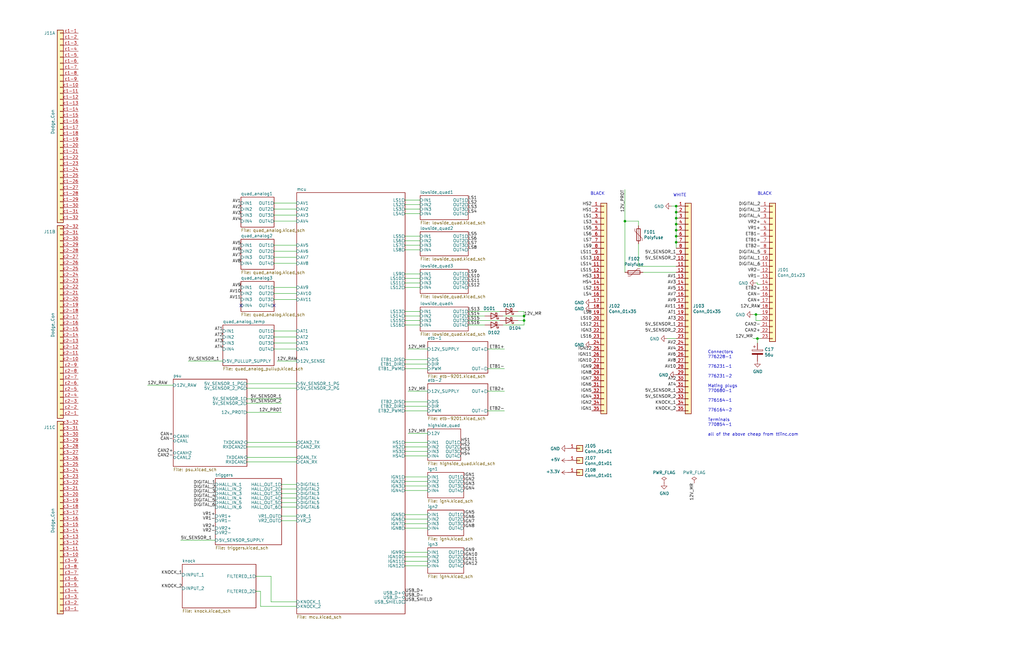
<source format=kicad_sch>
(kicad_sch (version 20211123) (generator eeschema)
  (paper "B")
  (title_block (title "1999 Dodge Dakota Based on rusEFI/proteus") (date "2023-08-12") (rev "V0.1") (company "rusEFI"))
  (junction (at 319.405 142.875))
  (junction (at 285.115 97.155))
  (junction (at 285.115 92.075))
  (junction (at 285.115 89.535))
  (junction (at 285.115 86.995))
  (junction (at 220.98 133.35))
  (junction (at 318.77 132.715))
  (junction (at 285.115 102.235))
  (junction (at 263.525 93.345))
  (junction (at 285.115 99.695))
  (junction (at 220.98 135.255))
  (junction (at 285.115 94.615))
  (no_connect (at 115.57 128.905))
  (no_connect (at 101.6 128.905))
  (wire (pts (xy 118.745 208.28) (xy 125.095 208.28)))
  (wire (pts (xy 197.485 131.445) (xy 210.82 131.445)))
  (wire (pts (xy 285.115 92.075) (xy 285.115 94.615)))
  (wire (pts (xy 104.14 173.99) (xy 118.745 173.99)))
  (wire (pts (xy 177.165 117.475) (xy 170.815 117.475)))
  (wire (pts (xy 180.34 219.075) (xy 170.815 219.075)))
  (wire (pts (xy 114.3 254) (xy 125.095 254)))
  (wire (pts (xy 125.095 194.945) (xy 104.14 194.945)))
  (wire (pts (xy 285.115 97.155) (xy 285.115 99.695)))
  (wire (pts (xy 269.24 95.25) (xy 269.24 93.345)))
  (wire (pts (xy 125.095 219.71) (xy 118.745 219.71)))
  (wire (pts (xy 170.815 99.695) (xy 177.165 99.695)))
  (wire (pts (xy 170.815 151.765) (xy 180.34 151.765)))
  (wire (pts (xy 170.815 115.57) (xy 177.165 115.57)))
  (wire (pts (xy 115.57 144.78) (xy 125.095 144.78)))
  (wire (pts (xy 205.74 147.32) (xy 212.725 147.32)))
  (wire (pts (xy 125.095 206.375) (xy 118.745 206.375)))
  (wire (pts (xy 125.095 142.24) (xy 115.57 142.24)))
  (wire (pts (xy 180.34 207.01) (xy 170.815 207.01)))
  (wire (pts (xy 170.815 217.17) (xy 180.34 217.17)))
  (wire (pts (xy 285.115 86.995) (xy 285.115 89.535)))
  (wire (pts (xy 220.98 135.255) (xy 220.98 133.35)))
  (wire (pts (xy 118.745 217.805) (xy 125.095 217.805)))
  (wire (pts (xy 104.14 161.925) (xy 125.095 161.925)))
  (wire (pts (xy 170.815 220.98) (xy 180.34 220.98)))
  (wire (pts (xy 180.34 155.575) (xy 170.815 155.575)))
  (wire (pts (xy 170.815 201.295) (xy 180.34 201.295)))
  (wire (pts (xy 212.09 137.16) (xy 220.98 137.16)))
  (wire (pts (xy 180.34 205.105) (xy 170.815 205.105)))
  (wire (pts (xy 125.095 147.32) (xy 115.57 147.32)))
  (wire (pts (xy 212.725 155.575) (xy 205.74 155.575)))
  (wire (pts (xy 104.14 168.275) (xy 118.745 168.275)))
  (wire (pts (xy 177.165 90.17) (xy 170.815 90.17)))
  (wire (pts (xy 170.815 238.76) (xy 180.34 238.76)))
  (wire (pts (xy 115.57 126.365) (xy 125.095 126.365)))
  (wire (pts (xy 285.115 89.535) (xy 285.115 92.075)))
  (wire (pts (xy 220.98 137.16) (xy 220.98 135.255)))
  (wire (pts (xy 118.745 204.47) (xy 125.095 204.47)))
  (wire (pts (xy 109.855 255.905) (xy 125.095 255.905)))
  (wire (pts (xy 125.095 93.345) (xy 115.57 93.345)))
  (wire (pts (xy 285.115 94.615) (xy 285.115 97.155)))
  (wire (pts (xy 109.855 249.555) (xy 109.855 255.905)))
  (wire (pts (xy 319.405 144.78) (xy 319.405 142.875)))
  (wire (pts (xy 204.47 137.16) (xy 197.485 137.16)))
  (wire (pts (xy 180.34 190.5) (xy 170.815 190.5)))
  (wire (pts (xy 180.34 186.69) (xy 170.815 186.69)))
  (wire (pts (xy 170.815 84.455) (xy 177.165 84.455)))
  (wire (pts (xy 170.815 188.595) (xy 180.34 188.595)))
  (wire (pts (xy 281.305 142.875) (xy 285.115 142.875)))
  (wire (pts (xy 170.815 203.2) (xy 180.34 203.2)))
  (wire (pts (xy 177.165 105.41) (xy 170.815 105.41)))
  (wire (pts (xy 115.57 103.505) (xy 125.095 103.505)))
  (wire (pts (xy 269.24 112.395) (xy 269.24 102.87)))
  (wire (pts (xy 170.815 135.255) (xy 177.165 135.255)))
  (wire (pts (xy 125.095 111.125) (xy 115.57 111.125)))
  (wire (pts (xy 115.57 85.725) (xy 125.095 85.725)))
  (wire (pts (xy 170.815 119.38) (xy 177.165 119.38)))
  (wire (pts (xy 317.5 132.715) (xy 318.77 132.715)))
  (wire (pts (xy 177.165 137.16) (xy 170.815 137.16)))
  (wire (pts (xy 125.095 88.265) (xy 115.57 88.265)))
  (wire (pts (xy 220.98 131.445) (xy 218.44 131.445)))
  (wire (pts (xy 318.77 119.38) (xy 319.405 119.38)))
  (wire (pts (xy 172.085 182.88) (xy 180.34 182.88)))
  (wire (pts (xy 76.2 227.965) (xy 90.805 227.965)))
  (wire (pts (xy 104.14 163.83) (xy 125.095 163.83)))
  (wire (pts (xy 115.57 121.285) (xy 125.095 121.285)))
  (wire (pts (xy 177.165 86.36) (xy 170.815 86.36)))
  (wire (pts (xy 180.34 236.855) (xy 170.815 236.855)))
  (wire (pts (xy 104.14 186.69) (xy 125.095 186.69)))
  (wire (pts (xy 180.34 222.885) (xy 170.815 222.885)))
  (wire (pts (xy 177.165 133.35) (xy 170.815 133.35)))
  (wire (pts (xy 115.57 139.7) (xy 125.095 139.7)))
  (wire (pts (xy 285.115 99.695) (xy 285.115 102.235)))
  (wire (pts (xy 319.405 120.015) (xy 320.675 120.015)))
  (wire (pts (xy 107.95 249.555) (xy 109.855 249.555)))
  (wire (pts (xy 204.47 133.35) (xy 197.485 133.35)))
  (wire (pts (xy 205.74 165.1) (xy 212.725 165.1)))
  (wire (pts (xy 125.095 123.825) (xy 115.57 123.825)))
  (wire (pts (xy 172.085 147.32) (xy 180.34 147.32)))
  (wire (pts (xy 125.095 210.185) (xy 118.745 210.185)))
  (wire (pts (xy 170.815 131.445) (xy 177.165 131.445)))
  (wire (pts (xy 285.115 102.235) (xy 285.115 104.775)))
  (wire (pts (xy 114.3 243.205) (xy 114.3 254)))
  (wire (pts (xy 180.34 233.045) (xy 170.815 233.045)))
  (wire (pts (xy 317.5 142.875) (xy 319.405 142.875)))
  (wire (pts (xy 319.405 119.38) (xy 319.405 120.015)))
  (wire (pts (xy 118.745 213.995) (xy 125.095 213.995)))
  (wire (pts (xy 170.815 153.67) (xy 180.34 153.67)))
  (wire (pts (xy 218.44 135.255) (xy 220.98 135.255)))
  (wire (pts (xy 115.57 108.585) (xy 125.095 108.585)))
  (wire (pts (xy 118.745 212.09) (xy 125.095 212.09)))
  (wire (pts (xy 318.77 132.715) (xy 318.77 135.255)))
  (wire (pts (xy 212.725 173.355) (xy 205.74 173.355)))
  (wire (pts (xy 177.165 121.285) (xy 170.815 121.285)))
  (wire (pts (xy 170.815 192.405) (xy 180.34 192.405)))
  (wire (pts (xy 170.815 173.355) (xy 180.34 173.355)))
  (wire (pts (xy 62.23 162.56) (xy 73.025 162.56)))
  (wire (pts (xy 197.485 135.255) (xy 210.82 135.255)))
  (wire (pts (xy 269.24 93.345) (xy 263.525 93.345)))
  (wire (pts (xy 170.815 88.265) (xy 177.165 88.265)))
  (wire (pts (xy 283.21 86.995) (xy 285.115 86.995)))
  (wire (pts (xy 220.98 133.35) (xy 212.09 133.35)))
  (wire (pts (xy 104.14 193.04) (xy 125.095 193.04)))
  (wire (pts (xy 180.34 171.45) (xy 170.815 171.45)))
  (wire (pts (xy 170.815 234.95) (xy 180.34 234.95)))
  (wire (pts (xy 285.115 112.395) (xy 269.24 112.395)))
  (wire (pts (xy 125.095 106.045) (xy 115.57 106.045)))
  (wire (pts (xy 170.815 103.505) (xy 177.165 103.505)))
  (wire (pts (xy 104.14 188.595) (xy 125.095 188.595)))
  (wire (pts (xy 107.95 243.205) (xy 114.3 243.205)))
  (wire (pts (xy 170.815 101.6) (xy 177.165 101.6)))
  (wire (pts (xy 320.675 132.715) (xy 318.77 132.715)))
  (wire (pts (xy 319.405 142.875) (xy 320.675 142.875)))
  (wire (pts (xy 220.98 133.35) (xy 220.98 131.445)))
  (wire (pts (xy 116.84 152.4) (xy 125.095 152.4)))
  (wire (pts (xy 115.57 90.805) (xy 125.095 90.805)))
  (wire (pts (xy 172.085 165.1) (xy 180.34 165.1)))
  (wire (pts (xy 118.745 170.18) (xy 104.14 170.18)))
  (wire (pts (xy 271.145 114.935) (xy 285.115 114.935)))
  (wire (pts (xy 170.815 169.545) (xy 180.34 169.545)))
  (wire (pts (xy 318.77 135.255) (xy 320.675 135.255)))
  (wire (pts (xy 263.525 80.01) (xy 263.525 93.345)))
  (wire (pts (xy 263.525 93.345) (xy 263.525 114.935)))
  (wire (pts (xy 79.375 152.4) (xy 93.98 152.4)))
  (text "WHITE" (at 283.845 83.185 0) (effects (font (size 1.27 1.27)) (justify left bottom)))
  (text "Connectors\n776228-1\n\n776231-1\n\n776231-2\n\nMating plugs\n770680-1\n\n776164-1\n\n776164-2\n\nTerminals\n770854-1\n\nall of the above cheap from ttiinc.com" (at 298.45 184.15 0) (effects (font (size 1.27 1.27)) (justify left bottom)))
  (text "BLACK" (at 319.405 82.55 0) (effects (font (size 1.27 1.27)) (justify left bottom)))
  (text "BLACK" (at 248.92 82.55 0) (effects (font (size 1.27 1.27)) (justify left bottom)))
  (label "12V_MR" (at 172.085 182.88 0))
  (label "LS4" (at 249.555 125.095 180))
  (label "IGN12" (at 195.58 238.76 0))
  (label "5V_SENSOR_2" (at 118.745 170.18 180))
  (label "12V_MR" (at 292.735 203.835 270))
  (label "LS5" (at 197.485 99.695 0))
  (label "IGN7" (at 195.58 220.98 0))
  (label "KNOCK_1" (at 285.115 170.815 180))
  (label "VR2+" (at 320.675 94.615 180))
  (label "AT3" (at 285.115 135.255 180))
  (label "HS3" (at 249.555 117.475 180))
  (label "LS8" (at 197.485 105.41 0))
  (label "5V_SENSOR_1" (at 285.115 165.735 180))
  (label "AV9" (at 101.6 121.285 180))
  (label "VR1-" (at 90.805 219.71 180))
  (label "LS7" (at 197.485 103.505 0))
  (label "LS1" (at 249.555 92.075 180))
  (label "ETB1-" (at 320.675 99.695 180))
  (label "IGN11" (at 249.555 150.495 180))
  (label "IGN3" (at 195.58 205.105 0))
  (label "CAN+" (at 73.025 184.15 180))
  (label "DIGITAL_4" (at 320.675 92.075 180))
  (label "DIGITAL_1" (at 90.805 204.47 180))
  (label "CAN2-" (at 320.675 137.795 180))
  (label "12V_MR" (at 172.085 165.1 0))
  (label "HS2" (at 249.555 86.995 180))
  (label "AV3" (at 101.6 90.805 180))
  (label "12V_RAW" (at 320.675 130.175 180))
  (label "12V_MR" (at 220.98 133.35 0))
  (label "5V_SENSOR_1" (at 285.115 137.795 180))
  (label "5V_SENSOR_2" (at 285.115 168.275 180))
  (label "LS1" (at 197.485 84.455 0))
  (label "IGN10" (at 249.555 153.035 180))
  (label "LS9" (at 197.485 115.57 0))
  (label "USB_D-" (at 170.815 252.095 0))
  (label "IGN7" (at 249.555 160.655 180))
  (label "LS11" (at 197.485 119.38 0))
  (label "HS2" (at 194.31 188.595 0))
  (label "LS13" (at 249.555 109.855 180))
  (label "AT4" (at 285.115 163.195 180))
  (label "ETB1+" (at 212.725 147.32 180))
  (label "AV1" (at 101.6 85.725 180))
  (label "IGN6" (at 249.555 163.195 180))
  (label "VR1+" (at 90.805 217.805 180))
  (label "5V_SENSOR_2" (at 285.115 140.335 180))
  (label "AT2" (at 93.98 142.24 180))
  (label "IGN2" (at 195.58 203.2 0))
  (label "LS6" (at 249.555 99.695 180))
  (label "IGN9" (at 249.555 155.575 180))
  (label "AV8" (at 101.6 111.125 180))
  (label "AV8" (at 285.115 153.035 180))
  (label "KNOCK_2" (at 76.835 248.285 180))
  (label "LS14" (at 197.485 133.35 0))
  (label "LS8" (at 249.555 132.715 180))
  (label "AT1" (at 93.98 139.7 180))
  (label "12V_MR" (at 172.085 147.32 0))
  (label "DIGITAL_2" (at 90.805 206.375 180))
  (label "AV7" (at 285.115 125.095 180))
  (label "AV5" (at 285.115 122.555 180))
  (label "LS14" (at 249.555 112.395 180))
  (label "CAN2+" (at 73.025 191.135 180))
  (label "LS13" (at 197.485 131.445 0))
  (label "KNOCK_1" (at 76.835 242.57 180))
  (label "AV3" (at 285.115 120.015 180))
  (label "LS5" (at 249.555 97.155 180))
  (label "VR1-" (at 320.675 117.475 180))
  (label "IGN6" (at 195.58 219.075 0))
  (label "AV11" (at 101.6 126.365 180))
  (label "5V_SENSOR_1" (at 79.375 152.4 0))
  (label "VR1+" (at 320.675 97.155 180))
  (label "12V_PROT" (at 118.745 173.99 180))
  (label "AT2" (at 285.115 160.655 180))
  (label "KNOCK_2" (at 285.115 173.355 180))
  (label "CAN2+" (at 320.675 140.335 180))
  (label "5V_SENSOR_1" (at 285.115 107.315 180))
  (label "AV4" (at 285.115 147.955 180))
  (label "USB_SHIELD" (at 170.815 254 0))
  (label "12V_RAW" (at 62.23 162.56 0))
  (label "IGN9" (at 195.58 233.045 0))
  (label "12V_MR" (at 317.5 142.875 180))
  (label "ETB2+" (at 320.675 122.555 180))
  (label "HS1" (at 249.555 89.535 180))
  (label "AV6" (at 285.115 150.495 180))
  (label "DIGITAL_4" (at 90.805 210.185 180))
  (label "12V_RAW" (at 116.84 152.4 0))
  (label "VR2+" (at 90.805 222.885 180))
  (label "IGN8" (at 195.58 222.885 0))
  (label "IGN5" (at 195.58 217.17 0))
  (label "LS16" (at 197.485 137.16 0))
  (label "HS1" (at 194.31 186.69 0))
  (label "AV10" (at 285.115 155.575 180))
  (label "CAN2-" (at 73.025 193.04 180))
  (label "IGN8" (at 249.555 158.115 180))
  (label "LS7" (at 249.555 102.235 180))
  (label "LS2" (at 249.555 122.555 180))
  (label "AV4" (at 101.6 93.345 180))
  (label "AV9" (at 285.115 127.635 180))
  (label "5V_SENSOR_1" (at 76.2 227.965 0))
  (label "5V_SENSOR_1" (at 118.745 168.275 180))
  (label "ETB1+" (at 320.675 102.235 180))
  (label "ETB2+" (at 212.725 165.1 180))
  (label "USB_D+" (at 170.815 250.19 0))
  (label "AV11" (at 285.115 130.175 180))
  (label "HS4" (at 249.555 120.015 180))
  (label "DIGITAL_5" (at 90.805 212.09 180))
  (label "AV2" (at 101.6 88.265 180))
  (label "ETB2-" (at 320.675 104.775 180))
  (label "DIGITAL_2" (at 320.675 86.995 180))
  (label "IGN5" (at 249.555 165.735 180))
  (label "DIGITAL_3" (at 320.675 89.535 180))
  (label "LS12" (at 249.555 137.795 180))
  (label "CAN+" (at 320.675 127.635 180))
  (label "CAN-" (at 320.675 125.095 180))
  (label "HS3" (at 194.31 190.5 0))
  (label "DIGITAL_3" (at 90.805 208.28 180))
  (label "5V_SENSOR_2" (at 285.115 109.855 180))
  (label "AT1" (at 285.115 132.715 180))
  (label "IGN4" (at 249.555 168.275 180))
  (label "IGN12" (at 249.555 147.955 180))
  (label "AV10" (at 101.6 123.825 180))
  (label "AV6" (at 101.6 106.045 180))
  (label "AV5" (at 101.6 103.505 180))
  (label "IGN11" (at 195.58 236.855 0))
  (label "LS3" (at 197.485 88.265 0))
  (label "DIGITAL_6" (at 320.675 112.395 180))
  (label "VR2-" (at 320.675 114.935 180))
  (label "IGN2" (at 249.555 170.815 180))
  (label "ETB1-" (at 212.725 155.575 180))
  (label "IGN10" (at 195.58 234.95 0))
  (label "AV2" (at 285.115 145.415 180))
  (label "AV7" (at 101.6 108.585 180))
  (label "LS16" (at 249.555 142.875 180))
  (label "LS10" (at 197.485 117.475 0))
  (label "AV1" (at 285.115 117.475 180))
  (label "LS11" (at 249.555 107.315 180))
  (label "LS12" (at 197.485 121.285 0))
  (label "IGN4" (at 195.58 207.01 0))
  (label "LS15" (at 197.485 135.255 0))
  (label "LS10" (at 249.555 135.255 180))
  (label "LS2" (at 197.485 86.36 0))
  (label "LS9" (at 249.555 104.775 180))
  (label "CAN-" (at 73.025 186.055 180))
  (label "LS6" (at 197.485 101.6 0))
  (label "LS4" (at 197.485 90.17 0))
  (label "LS15" (at 249.555 114.935 180))
  (label "IGN1" (at 195.58 201.295 0))
  (label "AT4" (at 93.98 147.32 180))
  (label "DIGITAL_6" (at 90.805 213.995 180))
  (label "DIGITAL_5" (at 320.675 107.315 180))
  (label "IGN3" (at 249.555 140.335 180))
  (label "IGN1" (at 249.555 173.355 180))
  (label "AT3" (at 93.98 144.78 180))
  (label "ETB2-" (at 212.725 173.355 180))
  (label "LS3" (at 249.555 94.615 180))
  (label "HS4" (at 194.31 192.405 0))
  (label "12V_PROT" (at 263.525 89.535 90))
  (label "VR2-" (at 90.805 224.79 180))
  (label "DIGITAL_1" (at 320.675 109.855 180))
  (symbol (lib_id "Connector_Generic:Conn_01x35") (at 254.635 130.175 0) (unit 1)
    (property "Reference" "J102" (at 256.667 129.1082 0) (effects (justify left)))
    (property "Value" "Conn_01x35" (at 256.667 131.4196 0) (effects (justify left)))
    (property "Footprint" "ampseal:ampseal-35" (effects hide))
    (property "PN" "776231-1" (effects hide))
    (property "LCSC" "N/A" (effects hide))
  )
  (symbol (lib_id "Connector_Generic:Conn_01x35") (at 290.195 130.175 0) (unit 1)
    (property "Reference" "J103" (at 292.227 129.1082 0) (effects (justify left)))
    (property "Value" "Conn_01x35" (at 292.227 131.4196 0) (effects (justify left)))
    (property "Footprint" "ampseal:ampseal-35-2" (effects hide))
    (property "PN" "776231-2" (effects hide))
    (property "LCSC" "N/A" (effects hide))
  )
  (symbol (lib_id "Connector_Generic:Conn_01x23") (at 325.755 114.935 0) (unit 1)
    (property "Reference" "J101" (at 327.787 113.8682 0) (effects (justify left)))
    (property "Value" "Conn_01x23" (at 327.787 116.1796 0) (effects (justify left)))
    (property "Footprint" "ampseal:ampseal-23" (effects hide))
    (property "PN" "776228-1" (effects hide))
    (property "LCSC" "N/A" (effects hide))
  )
  (symbol (lib_id "power:GND") (at 317.5 132.715 270) (unit 1)
    (property "Reference" "#PWR0101" (effects hide))
    (property "Value" "GND" (at 314.2488 132.842 90) (effects (justify right)))
  )
  (symbol (lib_id "power:GND") (at 249.555 127.635 270) (unit 1)
    (property "Reference" "#PWR0140" (effects hide))
    (property "Value" "GND" (at 246.3038 127.762 90) (effects (justify right)))
  )
  (symbol (lib_id "power:GND") (at 249.555 130.175 270) (unit 1)
    (property "Reference" "#PWR0141" (effects hide))
    (property "Value" "GND" (at 246.3038 130.302 90) (effects (justify right)))
  )
  (symbol (lib_id "power:GND") (at 283.21 86.995 270) (unit 1)
    (property "Reference" "#PWR0142" (effects hide))
    (property "Value" "GND" (at 279.9588 87.122 90) (effects (justify right)))
  )
  (symbol (lib_id "power:GND") (at 249.555 145.415 270) (unit 1)
    (property "Reference" "#PWR0209" (effects hide))
    (property "Value" "GND" (at 246.3038 145.542 90) (effects (justify right)))
  )
  (symbol (lib_id "power:GND") (at 281.305 142.875 270) (unit 1)
    (property "Reference" "#PWR0112" (effects hide))
    (property "Value" "GND" (at 278.0538 143.002 90) (effects (justify right)))
  )
  (symbol (lib_id "Device:Polyfuse") (at 269.24 99.06 180) (unit 1)
    (property "Reference" "F101" (at 271.4752 97.8916 0) (effects (justify right)))
    (property "Value" "Polyfuse" (at 271.4752 100.203 0) (effects (justify right)))
    (property "Footprint" "Resistor_SMD:R_1206_3216Metric" (effects hide))
    (property "PN" "1206L012WR" (effects hide))
    (property "LCSC" "C207035" (effects hide))
    (property "LCSC_ext" "1" (effects hide))
  )
  (symbol (lib_id "Device:Polyfuse") (at 267.335 114.935 90) (unit 1)
    (property "Reference" "F102" (at 267.335 109.22 90))
    (property "Value" "Polyfuse" (at 267.335 111.5314 90))
    (property "Footprint" "Resistor_SMD:R_1206_3216Metric" (effects hide))
    (property "PN" "1206L012WR" (effects hide))
    (property "LCSC" "C207035" (effects hide))
    (property "LCSC_ext" "1" (effects hide))
  )
  (symbol (lib_id "Connector_Generic:Conn_01x01") (at 244.475 189.23 0) (unit 1)
    (property "Reference" "J105" (at 246.507 188.1632 0) (effects (justify left)))
    (property "Value" "Conn_01x01" (at 246.507 190.4746 0) (effects (justify left)))
    (property "Footprint" "TestPoint:TestPoint_Pad_D3.0mm" (effects hide))
    (property "LCSC" "N/A" (effects hide))
  )
  (symbol (lib_id "Connector_Generic:Conn_01x01") (at 244.475 194.31 0) (unit 1)
    (property "Reference" "J107" (at 246.507 193.2432 0) (effects (justify left)))
    (property "Value" "Conn_01x01" (at 246.507 195.5546 0) (effects (justify left)))
    (property "Footprint" "TestPoint:TestPoint_Pad_D3.0mm" (effects hide))
    (property "LCSC" "N/A" (effects hide))
  )
  (symbol (lib_id "Connector_Generic:Conn_01x01") (at 244.475 199.39 0) (unit 1)
    (property "Reference" "J108" (at 246.507 198.3232 0) (effects (justify left)))
    (property "Value" "Conn_01x01" (at 246.507 200.6346 0) (effects (justify left)))
    (property "Footprint" "TestPoint:TestPoint_Pad_D3.0mm" (effects hide))
    (property "LCSC" "N/A" (effects hide))
  )
  (symbol (lib_id "power:GND") (at 239.395 189.23 270) (unit 1)
    (property "Reference" "#PWR0248" (effects hide))
    (property "Value" "GND" (at 236.1438 189.357 90) (effects (justify right)))
  )
  (symbol (lib_id "power:+3.3V") (at 239.395 199.39 90) (unit 1)
    (property "Reference" "#PWR0249" (effects hide))
    (property "Value" "+3.3V" (at 236.1438 199.009 90) (effects (justify left)))
  )
  (symbol (lib_id "power:+5V") (at 239.395 194.31 90) (unit 1)
    (property "Reference" "#PWR0250" (effects hide))
    (property "Value" "+5V" (at 236.1438 193.929 90) (effects (justify left)))
  )
  (symbol (lib_id "power:PWR_FLAG") (at 292.735 203.835 0) (unit 1)
    (property "Reference" "#FLG0108" (effects hide))
    (property "Value" "PWR_FLAG" (at 292.735 199.4408 0))
  )
  (symbol (lib_id "power:GND") (at 280.035 203.835 0) (unit 1)
    (property "Reference" "#PWR0217" (effects hide))
    (property "Value" "GND" (at 280.162 208.2292 0))
  )
  (symbol (lib_id "power:PWR_FLAG") (at 280.035 203.835 0) (unit 1)
    (property "Reference" "#FLG0103" (effects hide))
    (property "Value" "PWR_FLAG" (at 280.035 199.4408 0))
  )
  (symbol (lib_id "power:GND") (at 285.115 158.115 270) (unit 1)
    (property "Reference" "#PWR0107" (effects hide))
    (property "Value" "GND" (at 281.8638 158.242 90) (effects (justify right)))
  )
  (symbol (lib_id "Device:D_Schottky") (at 208.28 137.16 180) (unit 1)
    (property "Reference" "D102" (at 208.28 140.335 0))
    (property "Value" "D_Schottky" (effects hide))
    (property "Footprint" "Diode_SMD:D_SMA" (effects hide))
    (property "LCSC" "C8678" (effects hide))
    (property "LCSC_ext" "0" (effects hide))
  )
  (symbol (lib_id "Device:D_Schottky") (at 214.63 135.255 180) (unit 1)
    (property "Reference" "D104" (at 217.17 138.43 0))
    (property "Value" "D_Schottky" (effects hide))
    (property "Footprint" "Diode_SMD:D_SMA" (effects hide))
    (property "LCSC" "C8678" (effects hide))
    (property "LCSC_ext" "0" (effects hide))
  )
  (symbol (lib_id "Device:D_Schottky") (at 208.28 133.35 180) (unit 1)
    (property "Reference" "D101" (at 206.375 130.175 0))
    (property "Value" "D_Schottky" (effects hide))
    (property "Footprint" "Diode_SMD:D_SMA" (effects hide))
    (property "LCSC" "C8678" (effects hide))
    (property "LCSC_ext" "0" (effects hide))
  )
  (symbol (lib_id "Device:D_Schottky") (at 214.63 131.445 180) (unit 1)
    (property "Reference" "D103" (at 214.63 128.905 0))
    (property "Value" "D_Schottky" (effects hide))
    (property "Footprint" "Diode_SMD:D_SMA" (effects hide))
    (property "LCSC" "C8678" (effects hide))
    (property "LCSC_ext" "0" (effects hide))
  )
  (symbol (lib_id "Device:C_Polarized") (at 319.405 148.59 0) (unit 1)
    (property "Reference" "C17" (at 322.4022 147.4216 0) (effects (justify left)))
    (property "Value" "56u" (at 322.4022 149.733 0) (effects (justify left)))
    (property "Footprint" "Capacitor_THT:CP_Radial_D8.0mm_P3.50mm" (effects hide))
    (property "LCSC" "N/A" (effects hide))
    (property "PN" "EEH-AZF1H560B" (effects hide))
  )
  (symbol (lib_id "power:GND") (at 319.405 152.4 0) (unit 1)
    (property "Reference" "#PWR0314" (effects hide))
    (property "Value" "GND" (at 319.532 156.7942 0))
  )
  (symbol (lib_id "power:GND") (at 318.77 119.38 270) (unit 1)
    (property "Reference" "#PWR0321" (effects hide))
    (property "Value" "GND" (at 315.5188 119.507 90) (effects (justify right)))
  )
  (symbol (lib_id "Connector_Generic:Conn_02x32_Counter_Clockwise") (at 544.195 139.065 0) (unit 1)
    (property "Reference" "J?" (at 545.465 93.98 0))
    (property "Value" "Conn_02x32_Counter_Clockwise" (at 545.465 96.52 0))
  )
  (symbol (lib_id "1999_Dodge_Connector_32x3cons:Dodge_Con") (at 25.4 137.16 180) (unit 2)
    (property "Reference" "J11" (at 20.955 97.79 0))
    (property "Value" "Dodge_Con" (at 22.225 137.16 90))
    (property "Footprint" "Dodge_Cons:1999_Dodge_Connector_32x3cons" (effects hide))
  )
  (symbol (lib_id "1999_Dodge_Connector_32x3cons:Dodge_Con") (at 25.4 52.07 0) (mirror y) (unit 1)
    (property "Reference" "J11" (at 20.955 13.97 0))
    (property "Value" "Dodge_Con" (at 22.225 51.435 90))
    (property "Footprint" "Dodge_Cons:1999_Dodge_Connector_32x3cons" (effects hide))
  )
  (symbol (lib_id "1999_Dodge_Connector_32x3cons:Dodge_Con") (at 25.4 219.71 180) (unit 3)
    (property "Reference" "J11" (at 20.955 180.34 0))
    (property "Value" "Dodge_Con" (at 22.225 219.71 90))
    (property "Footprint" "Dodge_Cons:1999_Dodge_Connector_32x3cons" (effects hide))
  )
  (sheet (at 180.34 199.3392) (size 15.24 10.795)
    (property "Sheet name" "ign1" (at 180.34 198.6276 0) (effects (justify left bottom)))
    (property "Sheet file" "ign4.kicad_sch" (at 180.34 210.7188 0) (effects (justify left top)))
    (pin "OUT1" output (at 195.58 201.295 0))
    (pin "OUT2" output (at 195.58 203.2 0))
    (pin "OUT3" output (at 195.58 205.105 0))
    (pin "OUT4" output (at 195.58 207.01 0))
    (pin "IN1" input (at 180.34 201.295 180))
    (pin "IN2" input (at 180.34 203.2 180))
    (pin "IN3" input (at 180.34 205.105 180))
    (pin "IN4" input (at 180.34 207.01 180))
  )
  (sheet (at 177.165 82.55) (size 20.32 10.16)
    (property "Sheet name" "lowside_quad1" (at 177.165 81.8384 0) (effects (justify left bottom)))
    (property "Sheet file" "lowside_quad.kicad_sch" (at 177.165 93.2946 0) (effects (justify left top)))
    (pin "OUT1" output (at 197.485 84.455 0))
    (pin "OUT2" output (at 197.485 86.36 0))
    (pin "IN1" input (at 177.165 84.455 180))
    (pin "IN2" input (at 177.165 86.36 180))
    (pin "OUT3" output (at 197.485 88.265 0))
    (pin "OUT4" output (at 197.485 90.17 0))
    (pin "IN3" input (at 177.165 88.265 180))
    (pin "IN4" input (at 177.165 90.17 180))
  )
  (sheet (at 180.34 215.265) (size 15.24 10.795)
    (property "Sheet name" "ign2" (at 180.34 214.5534 0) (effects (justify left bottom)))
    (property "Sheet file" "ign4.kicad_sch" (at 180.34 226.6446 0) (effects (justify left top)))
    (pin "OUT1" output (at 195.58 217.17 0))
    (pin "OUT2" output (at 195.58 219.075 0))
    (pin "OUT3" output (at 195.58 220.98 0))
    (pin "OUT4" output (at 195.58 222.885 0))
    (pin "IN1" input (at 180.34 217.17 180))
    (pin "IN2" input (at 180.34 219.075 180))
    (pin "IN3" input (at 180.34 220.98 180))
    (pin "IN4" input (at 180.34 222.885 180))
  )
  (sheet (at 180.34 231.14) (size 15.24 10.795)
    (property "Sheet name" "ign3" (at 180.34 230.4284 0) (effects (justify left bottom)))
    (property "Sheet file" "ign4.kicad_sch" (at 180.34 242.5196 0) (effects (justify left top)))
    (pin "OUT1" output (at 195.58 233.045 0))
    (pin "OUT2" output (at 195.58 234.95 0))
    (pin "OUT3" output (at 195.58 236.855 0))
    (pin "OUT4" output (at 195.58 238.76 0))
    (pin "IN1" input (at 180.34 233.045 180))
    (pin "IN2" input (at 180.34 234.95 180))
    (pin "IN3" input (at 180.34 236.855 180))
    (pin "IN4" input (at 180.34 238.76 180))
  )
  (sheet (at 125.095 81.28) (size 45.72 177.8)
    (property "Sheet name" "mcu" (at 125.095 80.5684 0) (effects (justify left bottom)))
    (property "Sheet file" "mcu.kicad_sch" (at 125.095 259.6646 0) (effects (justify left top)))
    (pin "LS1" output (at 170.815 84.455 0))
    (pin "LS2" output (at 170.815 86.36 0))
    (pin "LS3" output (at 170.815 88.265 0))
    (pin "LS4" output (at 170.815 90.17 0))
    (pin "LS5" output (at 170.815 99.695 0))
    (pin "LS6" output (at 170.815 101.6 0))
    (pin "LS7" output (at 170.815 103.505 0))
    (pin "LS8" output (at 170.815 105.41 0))
    (pin "LS9" output (at 170.815 115.57 0))
    (pin "LS10" output (at 170.815 117.475 0))
    (pin "LS11" output (at 170.815 119.38 0))
    (pin "LS13" output (at 170.815 131.445 0))
    (pin "LS12" output (at 170.815 121.285 0))
    (pin "LS14" output (at 170.815 133.35 0))
    (pin "LS15" output (at 170.815 135.255 0))
    (pin "LS16" output (at 170.815 137.16 0))
    (pin "AV1" input (at 125.095 85.725 180))
    (pin "AV2" input (at 125.095 88.265 180))
    (pin "AV3" input (at 125.095 90.805 180))
    (pin "AV4" input (at 125.095 93.345 180))
    (pin "AV5" input (at 125.095 103.505 180))
    (pin "AV6" input (at 125.095 106.045 180))
    (pin "AV7" input (at 125.095 108.585 180))
    (pin "AV8" input (at 125.095 111.125 180))
    (pin "AV9" input (at 125.095 121.285 180))
    (pin "AV10" input (at 125.095 123.825 180))
    (pin "AV11" input (at 125.095 126.365 180))
    (pin "AT1" input (at 125.095 139.7 180))
    (pin "AT2" input (at 125.095 142.24 180))
    (pin "AT3" input (at 125.095 144.78 180))
    (pin "AT4" input (at 125.095 147.32 180))
    (pin "5V_SENSOR_1_PG" input (at 125.095 161.925 180))
    (pin "5V_SENSOR_2_PG" input (at 125.095 163.83 180))
    (pin "ETB1_DIS" output (at 170.815 151.765 0))
    (pin "ETB1_DIR" output (at 170.815 153.67 0))
    (pin "ETB1_PWM" output (at 170.815 155.575 0))
    (pin "ETB2_DIS" output (at 170.815 169.545 0))
    (pin "ETB2_DIR" output (at 170.815 171.45 0))
    (pin "ETB2_PWM" output (at 170.815 173.355 0))
    (pin "HS1" output (at 170.815 186.69 0))
    (pin "HS2" output (at 170.815 188.595 0))
    (pin "HS3" output (at 170.815 190.5 0))
    (pin "HS4" output (at 170.815 192.405 0))
    (pin "12V_SENSE" input (at 125.095 152.4 180))
    (pin "CAN_TX" output (at 125.095 193.04 180))
    (pin "CAN_RX" input (at 125.095 194.945 180))
    (pin "DIGITAL1" input (at 125.095 204.47 180))
    (pin "DIGITAL2" input (at 125.095 206.375 180))
    (pin "DIGITAL3" input (at 125.095 208.28 180))
    (pin "DIGITAL4" input (at 125.095 210.185 180))
    (pin "DIGITAL5" input (at 125.095 212.09 180))
    (pin "DIGITAL6" input (at 125.095 213.995 180))
    (pin "IGN1" output (at 170.815 201.295 0))
    (pin "IGN2" output (at 170.815 203.2 0))
    (pin "IGN3" output (at 170.815 205.105 0))
    (pin "IGN4" output (at 170.815 207.01 0))
    (pin "IGN5" output (at 170.815 217.17 0))
    (pin "IGN6" output (at 170.815 219.075 0))
    (pin "IGN7" output (at 170.815 220.98 0))
    (pin "IGN8" output (at 170.815 222.885 0))
    (pin "IGN9" output (at 170.815 233.045 0))
    (pin "IGN10" output (at 170.815 234.95 0))
    (pin "IGN11" output (at 170.815 236.855 0))
    (pin "IGN12" output (at 170.815 238.76 0))
    (pin "USB_D-" bidirectional (at 170.815 252.095 0))
    (pin "USB_D+" bidirectional (at 170.815 250.19 0))
    (pin "USB_SHIELD" passive (at 170.815 254 0))
    (pin "KNOCK_1" input (at 125.095 254 180))
    (pin "KNOCK_2" input (at 125.095 255.905 180))
    (pin "CAN2_TX" output (at 125.095 186.69 180))
    (pin "CAN2_RX" input (at 125.095 188.595 180))
    (pin "VR_1" input (at 125.095 217.805 180))
    (pin "VR_2" input (at 125.095 219.71 180))
  )
  (sheet (at 177.165 97.79) (size 20.32 10.16)
    (property "Sheet name" "lowside_quad2" (at 177.165 97.0784 0) (effects (justify left bottom)))
    (property "Sheet file" "lowside_quad.kicad_sch" (at 177.165 108.5346 0) (effects (justify left top)))
    (pin "OUT1" output (at 197.485 99.695 0))
    (pin "OUT2" output (at 197.485 101.6 0))
    (pin "IN1" input (at 177.165 99.695 180))
    (pin "IN2" input (at 177.165 101.6 180))
    (pin "OUT3" output (at 197.485 103.505 0))
    (pin "OUT4" output (at 197.485 105.41 0))
    (pin "IN3" input (at 177.165 103.505 180))
    (pin "IN4" input (at 177.165 105.41 180))
  )
  (sheet (at 177.165 113.665) (size 20.32 10.16)
    (property "Sheet name" "lowside_quad3" (at 177.165 112.9534 0) (effects (justify left bottom)))
    (property "Sheet file" "lowside_quad.kicad_sch" (at 177.165 124.4096 0) (effects (justify left top)))
    (pin "OUT1" output (at 197.485 115.57 0))
    (pin "OUT2" output (at 197.485 117.475 0))
    (pin "IN1" input (at 177.165 115.57 180))
    (pin "IN2" input (at 177.165 117.475 180))
    (pin "OUT3" output (at 197.485 119.38 0))
    (pin "OUT4" output (at 197.485 121.285 0))
    (pin "IN3" input (at 177.165 119.38 180))
    (pin "IN4" input (at 177.165 121.285 180))
  )
  (sheet (at 177.165 129.54) (size 20.32 10.16)
    (property "Sheet name" "lowside_quad4" (at 177.165 128.8284 0) (effects (justify left bottom)))
    (property "Sheet file" "lowside_quad.kicad_sch" (at 177.165 140.2846 0) (effects (justify left top)))
    (pin "OUT1" output (at 197.485 131.445 0))
    (pin "OUT2" output (at 197.485 133.35 0))
    (pin "IN1" input (at 177.165 131.445 180))
    (pin "IN2" input (at 177.165 133.35 180))
    (pin "OUT3" output (at 197.485 135.255 0))
    (pin "OUT4" output (at 197.485 137.16 0))
    (pin "IN3" input (at 177.165 135.255 180))
    (pin "IN4" input (at 177.165 137.16 180))
  )
  (sheet (at 101.6 83.185) (size 13.97 12.7)
    (property "Sheet name" "quad_analog1" (at 101.6 82.4734 0) (effects (justify left bottom)))
    (property "Sheet file" "quad_analog.kicad_sch" (at 101.6 96.4696 0) (effects (justify left top)))
    (pin "IN1" input (at 101.6 85.725 180))
    (pin "IN2" input (at 101.6 88.265 180))
    (pin "IN3" input (at 101.6 90.805 180))
    (pin "IN4" input (at 101.6 93.345 180))
    (pin "OUT1" output (at 115.57 85.725 0))
    (pin "OUT2" output (at 115.57 88.265 0))
    (pin "OUT3" output (at 115.57 90.805 0))
    (pin "OUT4" output (at 115.57 93.345 0))
  )
  (sheet (at 101.6 100.965) (size 13.97 12.7)
    (property "Sheet name" "quad_analog2" (at 101.6 100.2534 0) (effects (justify left bottom)))
    (property "Sheet file" "quad_analog.kicad_sch" (at 101.6 114.2496 0) (effects (justify left top)))
    (pin "IN1" input (at 101.6 103.505 180))
    (pin "IN2" input (at 101.6 106.045 180))
    (pin "IN3" input (at 101.6 108.585 180))
    (pin "IN4" input (at 101.6 111.125 180))
    (pin "OUT1" output (at 115.57 103.505 0))
    (pin "OUT2" output (at 115.57 106.045 0))
    (pin "OUT3" output (at 115.57 108.585 0))
    (pin "OUT4" output (at 115.57 111.125 0))
  )
  (sheet (at 101.6 118.745) (size 13.97 12.7)
    (property "Sheet name" "quad_analog3" (at 101.6 118.0334 0) (effects (justify left bottom)))
    (property "Sheet file" "quad_analog.kicad_sch" (at 101.6 132.0296 0) (effects (justify left top)))
    (pin "IN1" input (at 101.6 121.285 180))
    (pin "IN2" input (at 101.6 123.825 180))
    (pin "IN3" input (at 101.6 126.365 180))
    (pin "IN4" input (at 101.6 128.905 180))
    (pin "OUT1" output (at 115.57 121.285 0))
    (pin "OUT2" output (at 115.57 123.825 0))
    (pin "OUT3" output (at 115.57 126.365 0))
    (pin "OUT4" output (at 115.57 128.905 0))
  )
  (sheet (at 73.025 160.02) (size 31.115 36.83)
    (property "Sheet name" "psu" (at 73.025 159.3084 0) (effects (justify left bottom)))
    (property "Sheet file" "psu.kicad_sch" (at 73.025 197.4346 0) (effects (justify left top)))
    (pin "12V_RAW" input (at 73.025 162.56 180))
    (pin "5V_SENSOR_1" output (at 104.14 168.275 0))
    (pin "5V_SENSOR_1_PG" output (at 104.14 161.925 0))
    (pin "5V_SENSOR_2" output (at 104.14 170.18 0))
    (pin "5V_SENSOR_2_PG" output (at 104.14 163.83 0))
    (pin "CANH" bidirectional (at 73.025 184.15 180))
    (pin "CANL" bidirectional (at 73.025 186.055 180))
    (pin "TXDCAN" input (at 104.14 193.04 0))
    (pin "RXDCAN" output (at 104.14 194.945 0))
    (pin "12v_PROT" output (at 104.14 173.99 0))
    (pin "TXDCAN2" input (at 104.14 186.69 0))
    (pin "RXDCAN2" output (at 104.14 188.595 0))
    (pin "CANH2" bidirectional (at 73.025 191.135 180))
    (pin "CANL2" bidirectional (at 73.025 193.04 180))
  )
  (sheet (at 93.98 137.16) (size 21.59 17.145)
    (property "Sheet name" "quad_analog_temp" (at 93.98 136.4484 0) (effects (justify left bottom)))
    (property "Sheet file" "quad_analog_pullup.kicad_sch" (at 93.98 154.8896 0) (effects (justify left top)))
    (pin "IN1" input (at 93.98 139.7 180))
    (pin "IN2" input (at 93.98 142.24 180))
    (pin "IN3" input (at 93.98 144.78 180))
    (pin "IN4" input (at 93.98 147.32 180))
    (pin "OUT1" output (at 115.57 139.7 0))
    (pin "OUT2" output (at 115.57 142.24 0))
    (pin "OUT3" output (at 115.57 144.78 0))
    (pin "OUT4" output (at 115.57 147.32 0))
    (pin "5V_PULLUP_SUPPLY" input (at 93.98 152.4 180))
  )
  (sheet (at 180.34 180.975) (size 13.97 13.335)
    (property "Sheet name" "highside_quad" (at 180.34 180.2634 0) (effects (justify left bottom)))
    (property "Sheet file" "highside_quad.kicad_sch" (at 180.34 194.8946 0) (effects (justify left top)))
    (pin "12V" input (at 180.34 182.88 180))
    (pin "OUT1" output (at 194.31 186.69 0))
    (pin "OUT2" output (at 194.31 188.595 0))
    (pin "OUT3" output (at 194.31 190.5 0))
    (pin "OUT4" output (at 194.31 192.405 0))
    (pin "IN1" input (at 180.34 186.69 180))
    (pin "IN2" input (at 180.34 188.595 180))
    (pin "IN3" input (at 180.34 190.5 180))
    (pin "IN4" input (at 180.34 192.405 180))
  )
  (sheet (at 90.805 201.93) (size 27.94 27.94)
    (property "Sheet name" "triggers" (at 90.805 201.2184 0) (effects (justify left bottom)))
    (property "Sheet file" "triggers.kicad_sch" (at 90.805 230.4546 0) (effects (justify left top)))
    (pin "HALL_IN_1" input (at 90.805 204.47 180))
    (pin "5V_SENSOR_SUPPLY" input (at 90.805 227.965 180))
    (pin "HALL_OUT_1" output (at 118.745 204.47 0))
    (pin "HALL_IN_2" input (at 90.805 206.375 180))
    (pin "HALL_OUT_2" output (at 118.745 206.375 0))
    (pin "HALL_IN_3" input (at 90.805 208.28 180))
    (pin "HALL_OUT_3" output (at 118.745 208.28 0))
    (pin "HALL_IN_4" input (at 90.805 210.185 180))
    (pin "HALL_OUT_4" output (at 118.745 210.185 0))
    (pin "VR1+" input (at 90.805 217.805 180))
    (pin "VR1-" input (at 90.805 219.71 180))
    (pin "VR2+" input (at 90.805 222.885 180))
    (pin "VR2-" input (at 90.805 224.79 180))
    (pin "VR1_OUT" output (at 118.745 217.805 0))
    (pin "VR2_OUT" output (at 118.745 219.71 0))
    (pin "HALL_IN_5" input (at 90.805 212.09 180))
    (pin "HALL_IN_6" input (at 90.805 213.995 180))
    (pin "HALL_OUT_5" output (at 118.745 212.09 0))
    (pin "HALL_OUT_6" output (at 118.745 213.995 0))
  )
  (sheet (at 76.835 238.125) (size 31.115 18.415)
    (property "Sheet name" "knock" (at 76.835 237.4134 0) (effects (justify left bottom)))
    (property "Sheet file" "knock.kicad_sch" (at 76.835 257.1246 0) (effects (justify left top)))
    (pin "FILTERED_1" output (at 107.95 243.205 0))
    (pin "INPUT_1" input (at 76.835 242.57 180))
    (pin "FILTERED_2" output (at 107.95 249.555 0))
    (pin "INPUT_2" input (at 76.835 248.285 180))
  )
  (sheet (at 180.34 144.145) (size 25.4 13.335)
    (property "Sheet name" "etb-1" (at 180.34 143.4334 0) (effects (justify left bottom)))
    (property "Sheet file" "etb-9201.kicad_sch" (at 180.34 158.0646 0) (effects (justify left top)))
    (pin "12V_SUPPLY" input (at 180.34 147.32 180))
    (pin "OUT+" output (at 205.74 147.32 0))
    (pin "OUT-" output (at 205.74 155.575 0))
    (pin "DIS" input (at 180.34 151.765 180))
    (pin "DIR" input (at 180.34 153.67 180))
    (pin "PWM" input (at 180.34 155.575 180))
  )
  (sheet (at 180.34 161.925) (size 25.4 13.335)
    (property "Sheet name" "etb-2" (at 180.34 161.2134 0) (effects (justify left bottom)))
    (property "Sheet file" "etb-9201.kicad_sch" (at 180.34 175.8446 0) (effects (justify left top)))
    (pin "12V_SUPPLY" input (at 180.34 165.1 180))
    (pin "OUT+" output (at 205.74 165.1 0))
    (pin "OUT-" output (at 205.74 173.355 0))
    (pin "DIS" input (at 180.34 169.545 180))
    (pin "DIR" input (at 180.34 171.45 180))
    (pin "PWM" input (at 180.34 173.355 180))
  )
)
</source>
